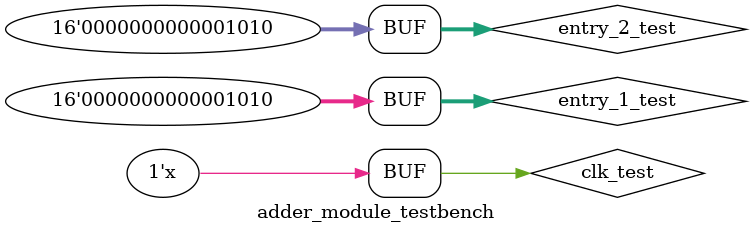
<source format=v>
module adder_module_testbench;

/*
 * We define the type of the entries and outputs
 */
reg clk_test;
reg [15:0] entry_1_test;
reg [15:0] entry_2_test;
wire [15:0] output_1_test;


/*
 * We instantiate the device under test
 * 
 */
	
adder_module DUT(.clk(clk_test), .entry_1(entry_1_test), .entry_2(entry_2_test), 
						.output_1(output_1_test));
						

/*
 * Test vector generator
 * 
 */
 
initial begin

clk_test = 1'b0;
entry_1_test = 16'h0000;
entry_2_test = 16'h0000;

#100
entry_1_test = 16'h000A;
entry_2_test = 16'h0014;

#200
entry_1_test = 16'h000F;
entry_2_test = 16'h000F;

#200
entry_1_test = 16'h000A;
entry_2_test = 16'h000A;

end


/*
 * Clock generation
 * 
 */
always
 #100  clk_test =  !clk_test;
 
 

endmodule // end adder_module_testbench
</source>
